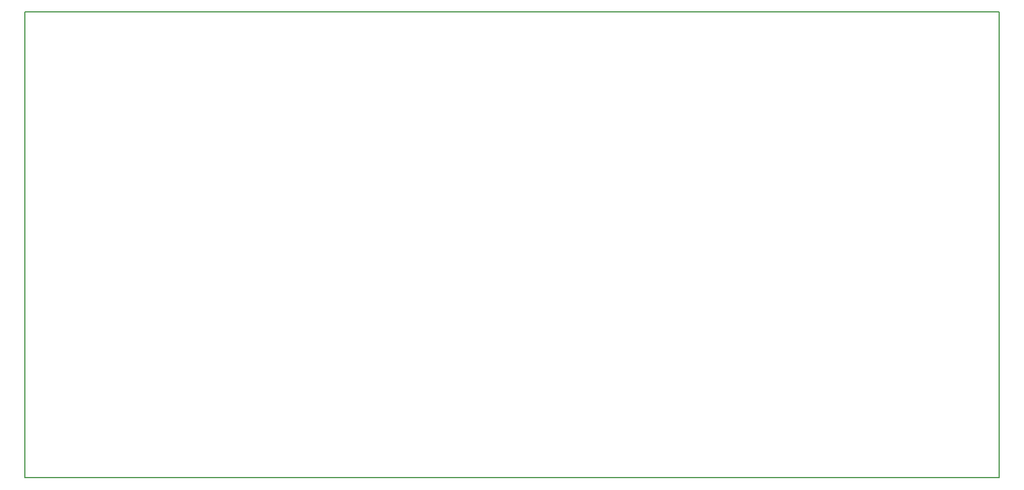
<source format=gbr>
G04 #@! TF.FileFunction,Profile,NP*
%FSLAX46Y46*%
G04 Gerber Fmt 4.6, Leading zero omitted, Abs format (unit mm)*
G04 Created by KiCad (PCBNEW 4.0.1-stable) date 01/19/17 22:09:19*
%MOMM*%
G01*
G04 APERTURE LIST*
%ADD10C,0.100000*%
%ADD11C,0.150000*%
G04 APERTURE END LIST*
D10*
D11*
X86360000Y-127635000D02*
X86360000Y-57785000D01*
X232410000Y-127635000D02*
X86360000Y-127635000D01*
X232410000Y-57785000D02*
X232410000Y-127635000D01*
X86360000Y-57785000D02*
X232410000Y-57785000D01*
M02*

</source>
